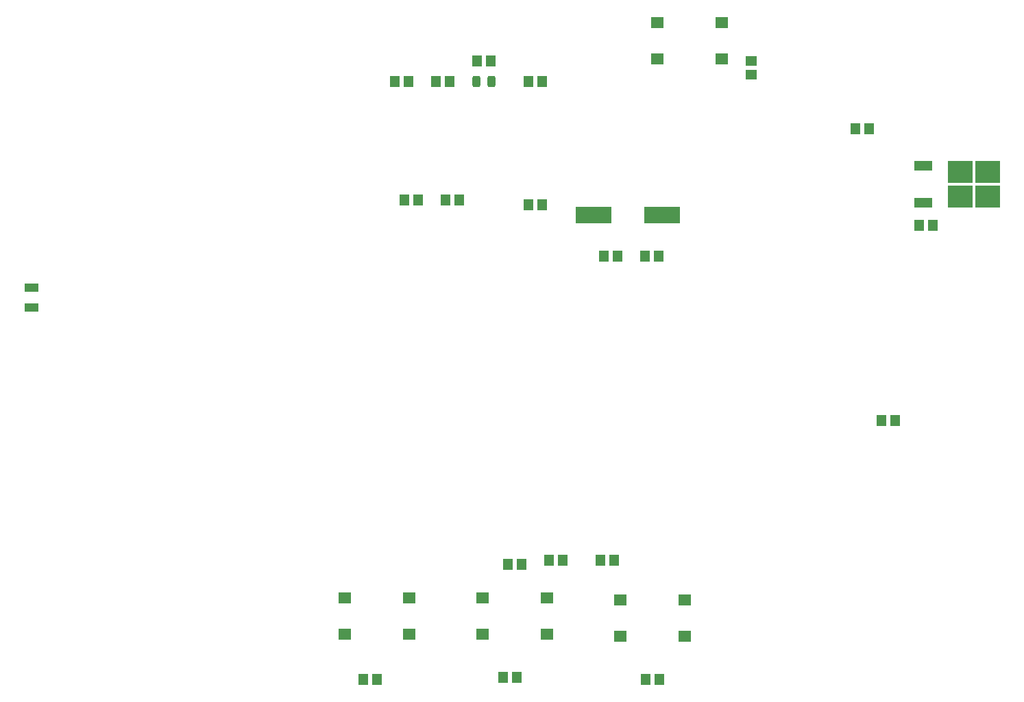
<source format=gbr>
%TF.GenerationSoftware,KiCad,Pcbnew,(6.0.5)*%
%TF.CreationDate,2022-07-26T14:11:09-07:00*%
%TF.ProjectId,Final schematic,46696e61-6c20-4736-9368-656d61746963,rev?*%
%TF.SameCoordinates,PX4b17a20PY8a12ae0*%
%TF.FileFunction,Paste,Top*%
%TF.FilePolarity,Positive*%
%FSLAX46Y46*%
G04 Gerber Fmt 4.6, Leading zero omitted, Abs format (unit mm)*
G04 Created by KiCad (PCBNEW (6.0.5)) date 2022-07-26 14:11:09*
%MOMM*%
%LPD*%
G01*
G04 APERTURE LIST*
G04 Aperture macros list*
%AMRoundRect*
0 Rectangle with rounded corners*
0 $1 Rounding radius*
0 $2 $3 $4 $5 $6 $7 $8 $9 X,Y pos of 4 corners*
0 Add a 4 corners polygon primitive as box body*
4,1,4,$2,$3,$4,$5,$6,$7,$8,$9,$2,$3,0*
0 Add four circle primitives for the rounded corners*
1,1,$1+$1,$2,$3*
1,1,$1+$1,$4,$5*
1,1,$1+$1,$6,$7*
1,1,$1+$1,$8,$9*
0 Add four rect primitives between the rounded corners*
20,1,$1+$1,$2,$3,$4,$5,0*
20,1,$1+$1,$4,$5,$6,$7,0*
20,1,$1+$1,$6,$7,$8,$9,0*
20,1,$1+$1,$8,$9,$2,$3,0*%
G04 Aperture macros list end*
%ADD10R,1.150000X1.400000*%
%ADD11R,3.050000X2.750000*%
%ADD12R,2.200000X1.200000*%
%ADD13R,1.600000X1.400000*%
%ADD14R,1.400000X1.150000*%
%ADD15RoundRect,0.243750X-0.243750X-0.456250X0.243750X-0.456250X0.243750X0.456250X-0.243750X0.456250X0*%
%ADD16R,4.500000X2.000000*%
%ADD17R,1.800000X1.000000*%
G04 APERTURE END LIST*
D10*
%TO.C,C2*%
X119380000Y35560000D03*
X117680000Y35560000D03*
%TD*%
%TO.C,C7*%
X88470000Y55900000D03*
X90170000Y55900000D03*
%TD*%
D11*
%TO.C,U2*%
X127425000Y66295000D03*
X130775000Y66295000D03*
X130775000Y63245000D03*
X127425000Y63245000D03*
D12*
X122800000Y67050000D03*
X122800000Y62490000D03*
%TD*%
D10*
%TO.C,C1*%
X75780000Y77470000D03*
X74080000Y77470000D03*
%TD*%
D13*
%TO.C,SW3*%
X68390000Y13680000D03*
X76390000Y13680000D03*
X68390000Y9180000D03*
X76390000Y9180000D03*
%TD*%
D10*
%TO.C,R6*%
X73240000Y17780000D03*
X71540000Y17780000D03*
%TD*%
D14*
%TO.C,R4*%
X101600000Y78310000D03*
X101600000Y80010000D03*
%TD*%
D10*
%TO.C,C4*%
X74080000Y62230000D03*
X75780000Y62230000D03*
%TD*%
%TO.C,R7*%
X53672000Y3556000D03*
X55372000Y3556000D03*
%TD*%
D15*
%TO.C,D1*%
X67642500Y77470000D03*
X69517500Y77470000D03*
%TD*%
D10*
%TO.C,C9*%
X76620000Y18288000D03*
X78320000Y18288000D03*
%TD*%
%TO.C,R10*%
X90258000Y3556000D03*
X88558000Y3556000D03*
%TD*%
%TO.C,R5*%
X62650000Y77470000D03*
X64350000Y77470000D03*
%TD*%
D13*
%TO.C,SW1*%
X89980000Y84800000D03*
X97980000Y84800000D03*
X89980000Y80300000D03*
X97980000Y80300000D03*
%TD*%
D10*
%TO.C,C5*%
X124040000Y59690000D03*
X122340000Y59690000D03*
%TD*%
D13*
%TO.C,SW2*%
X51372000Y13680000D03*
X59372000Y13680000D03*
X51372000Y9180000D03*
X59372000Y9180000D03*
%TD*%
D10*
%TO.C,R1*%
X58760000Y62865000D03*
X60460000Y62865000D03*
%TD*%
%TO.C,R2*%
X63840000Y62865000D03*
X65540000Y62865000D03*
%TD*%
D16*
%TO.C,Y1*%
X90610000Y60960000D03*
X82110000Y60960000D03*
%TD*%
D13*
%TO.C,SW4*%
X85408000Y13426000D03*
X93408000Y13426000D03*
X85408000Y8926000D03*
X93408000Y8926000D03*
%TD*%
D10*
%TO.C,R9*%
X67730000Y80010000D03*
X69430000Y80010000D03*
%TD*%
D17*
%TO.C,Y2*%
X12700000Y49550000D03*
X12700000Y52050000D03*
%TD*%
D10*
%TO.C,R8*%
X70944000Y3810000D03*
X72644000Y3810000D03*
%TD*%
%TO.C,C6*%
X85090000Y55900000D03*
X83390000Y55900000D03*
%TD*%
%TO.C,R3*%
X57570000Y77470000D03*
X59270000Y77470000D03*
%TD*%
%TO.C,C3*%
X114466000Y71628000D03*
X116166000Y71628000D03*
%TD*%
%TO.C,C8*%
X84670000Y18288000D03*
X82970000Y18288000D03*
%TD*%
M02*

</source>
